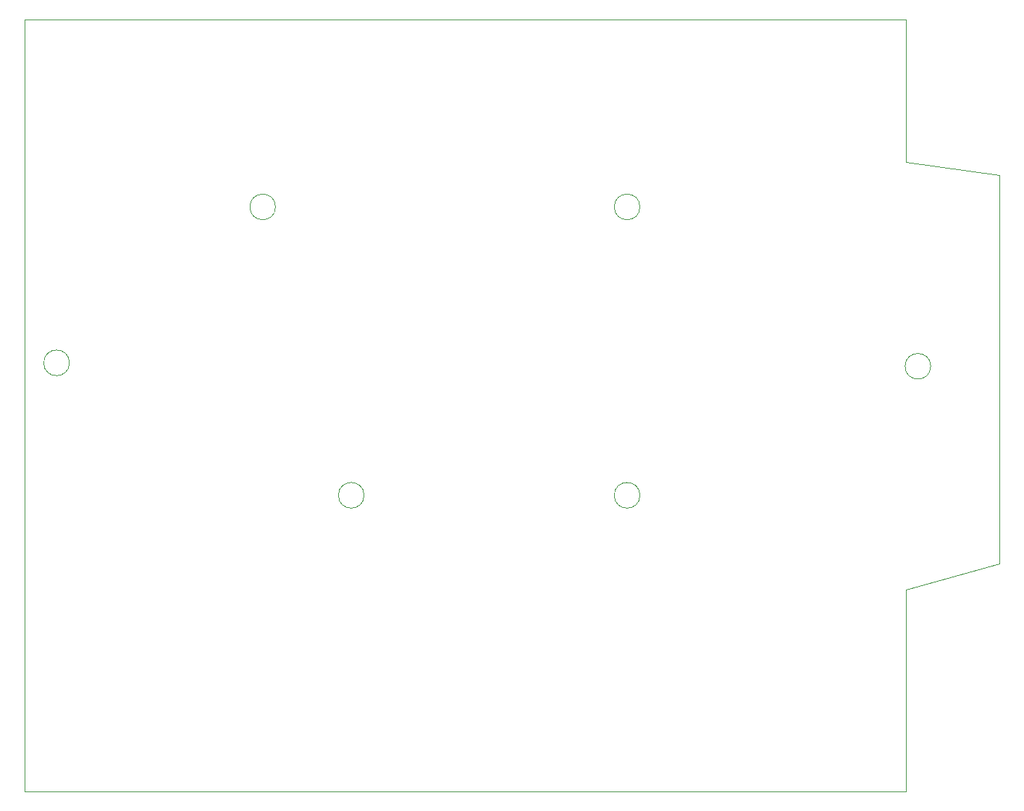
<source format=gbr>
%TF.GenerationSoftware,KiCad,Pcbnew,7.0.1-0*%
%TF.CreationDate,2023-10-26T13:37:29-04:00*%
%TF.ProjectId,MP2_DFN,4d50325f-4446-44e2-9e6b-696361645f70,rev?*%
%TF.SameCoordinates,Original*%
%TF.FileFunction,Profile,NP*%
%FSLAX46Y46*%
G04 Gerber Fmt 4.6, Leading zero omitted, Abs format (unit mm)*
G04 Created by KiCad (PCBNEW 7.0.1-0) date 2023-10-26 13:37:29*
%MOMM*%
%LPD*%
G01*
G04 APERTURE LIST*
%TA.AperFunction,Profile*%
%ADD10C,0.100000*%
%TD*%
G04 APERTURE END LIST*
D10*
X76900000Y-54250000D02*
G75*
G03*
X76900000Y-54250000I-1500000J0D01*
G01*
X153500000Y-72900000D02*
G75*
G03*
X153500000Y-72900000I-1500000J0D01*
G01*
X87250000Y-88000000D02*
G75*
G03*
X87250000Y-88000000I-1500000J0D01*
G01*
X119500000Y-88000000D02*
G75*
G03*
X119500000Y-88000000I-1500000J0D01*
G01*
X119500000Y-54250000D02*
G75*
G03*
X119500000Y-54250000I-1500000J0D01*
G01*
X52800000Y-72500000D02*
G75*
G03*
X52800000Y-72500000I-1500000J0D01*
G01*
X150635000Y-49000000D02*
X161500000Y-50500000D01*
X161500000Y-96000000D01*
X150619000Y-99000000D01*
X150619000Y-122635000D01*
X47587000Y-122635000D01*
X47587000Y-32300000D01*
X150635000Y-32300000D01*
X150635000Y-49000000D01*
M02*

</source>
